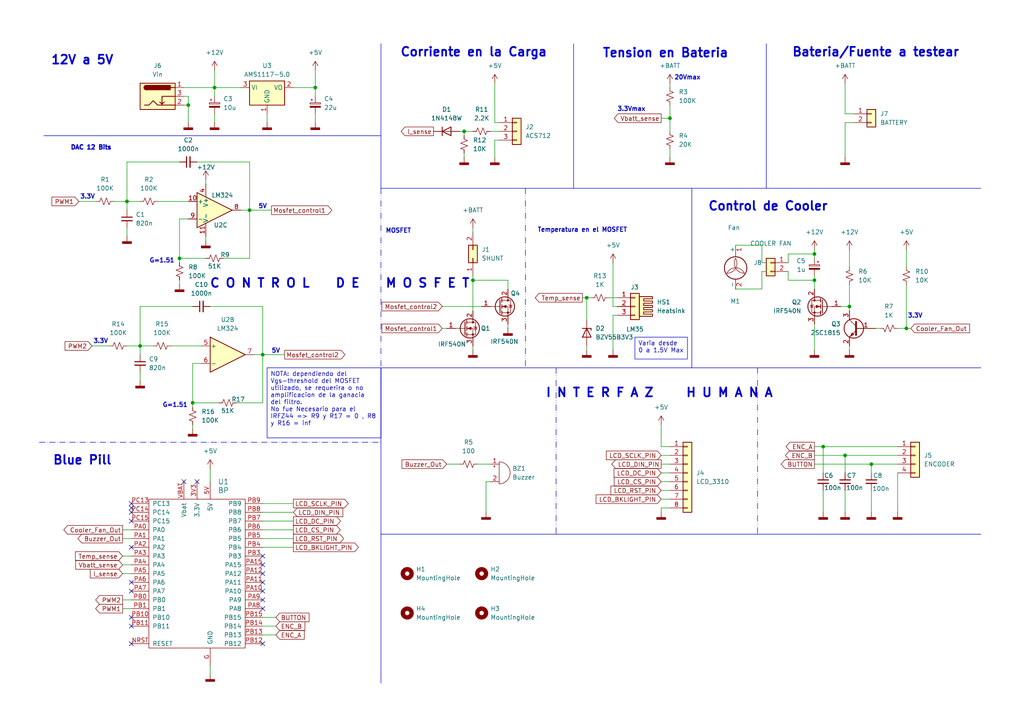
<source format=kicad_sch>
(kicad_sch (version 20231120) (generator "eeschema") (generator_version "8.0")
  (paper "A4")
  (title_block (title "Carga Electronica") (date "2024-08-23") (rev "1.0") (company "Kr4fty") (comment 1 "Tapia Velasquez Favio"))
  (junction (at 236.22 73.66))
  (junction (at 36.83 58.42))
  (junction (at 55.88 116.84))
  (junction (at 252.73 134.62))
  (junction (at 238.76 129.54))
  (junction (at 194.31 34.29))
  (junction (at 236.22 81.28))
  (junction (at 262.89 95.25))
  (junction (at 54.61 30.48))
  (junction (at 62.23 25.4))
  (junction (at 91.44 25.4))
  (junction (at 246.38 88.9))
  (junction (at 170.18 86.36))
  (junction (at 40.64 100.33))
  (junction (at 134.62 38.1))
  (junction (at 245.11 132.08))
  (junction (at 52.07 74.93))
  (junction (at 72.39 60.96))
  (junction (at 137.16 81.28))
  (junction (at 76.2 102.87))
  (no_connect (at 38.1 147.32))
  (no_connect (at 57.15 139.7))
  (no_connect (at 38.1 148.59))
  (no_connect (at 76.2 168.91))
  (no_connect (at 38.1 179.07))
  (no_connect (at 76.2 176.53))
  (no_connect (at 76.2 166.37))
  (no_connect (at 38.1 181.61))
  (no_connect (at 38.1 171.45))
  (no_connect (at 76.2 173.99))
  (no_connect (at 38.1 186.69))
  (no_connect (at 76.2 171.45))
  (no_connect (at 53.34 139.7))
  (no_connect (at 76.2 163.83))
  (no_connect (at 38.1 168.91))
  (no_connect (at 76.2 186.69))
  (no_connect (at 76.2 161.29))
  (no_connect (at 38.1 151.13))
  (no_connect (at 38.1 158.75))
  (no_connect (at 38.1 146.05))
  (polyline (pts (xy 200.66 54.61) (xy 200.66 106.68)))
  (wire (pts (xy 72.39 46.99) (xy 72.39 60.96)))
  (wire (pts (xy 129.54 134.62) (xy 133.35 134.62)))
  (wire (pts (xy 40.64 100.33) (xy 44.45 100.33)))
  (wire (pts (xy 147.32 93.98) (xy 147.32 95.25)))
  (wire (pts (xy 36.83 66.04) (xy 36.83 68.58)))
  (wire (pts (xy 236.22 73.66) (xy 236.22 74.93)))
  (wire (pts (xy 60.96 88.9) (xy 76.2 88.9)))
  (wire (pts (xy 220.98 76.2) (xy 222.25 76.2)))
  (wire (pts (xy 35.56 176.53) (xy 38.1 176.53)))
  (polyline (pts (xy 110.49 54.61) (xy 110.49 106.68)) (stroke (width 0) (type dash_dot_dot)))
  (wire (pts (xy 246.38 100.33) (xy 246.38 101.6)))
  (wire (pts (xy 40.64 88.9) (xy 40.64 100.33)))
  (polyline (pts (xy 152.4 54.61) (xy 152.4 106.68)) (stroke (width 0) (type dash_dot_dot)))
  (wire (pts (xy 138.43 134.62) (xy 142.24 134.62)))
  (wire (pts (xy 35.56 173.99) (xy 38.1 173.99)))
  (wire (pts (xy 53.34 27.94) (xy 54.61 27.94)))
  (wire (pts (xy 68.58 116.84) (xy 76.2 116.84)))
  (wire (pts (xy 247.65 35.56) (xy 245.11 35.56)))
  (wire (pts (xy 52.07 63.5) (xy 52.07 74.93)))
  (wire (pts (xy 134.62 44.45) (xy 134.62 45.72)))
  (wire (pts (xy 33.02 58.42) (xy 36.83 58.42)))
  (wire (pts (xy 191.77 129.54) (xy 194.31 129.54)))
  (wire (pts (xy 85.09 25.4) (xy 91.44 25.4)))
  (wire (pts (xy 236.22 132.08) (xy 245.11 132.08)))
  (polyline (pts (xy 161.29 106.68) (xy 161.29 154.94)) (stroke (width 0) (type dash_dot_dot)))
  (wire (pts (xy 54.61 30.48) (xy 54.61 35.56)))
  (wire (pts (xy 55.88 116.84) (xy 55.88 118.11)))
  (wire (pts (xy 260.35 137.16) (xy 260.35 148.59)))
  (wire (pts (xy 128.27 95.25) (xy 129.54 95.25)))
  (wire (pts (xy 77.47 33.02) (xy 77.47 35.56)))
  (wire (pts (xy 35.56 161.29) (xy 38.1 161.29)))
  (wire (pts (xy 168.91 86.36) (xy 170.18 86.36)))
  (wire (pts (xy 262.89 95.25) (xy 264.16 95.25)))
  (wire (pts (xy 245.11 132.08) (xy 260.35 132.08)))
  (wire (pts (xy 245.11 142.24) (xy 245.11 148.59)))
  (wire (pts (xy 72.39 74.93) (xy 72.39 60.96)))
  (wire (pts (xy 177.8 91.44) (xy 177.8 101.6)))
  (wire (pts (xy 252.73 142.24) (xy 252.73 148.59)))
  (wire (pts (xy 194.31 30.48) (xy 194.31 34.29)))
  (polyline (pts (xy 219.71 106.68) (xy 219.71 154.94)) (stroke (width 0) (type dash_dot_dot)))
  (wire (pts (xy 128.27 88.9) (xy 139.7 88.9)))
  (wire (pts (xy 238.76 129.54) (xy 238.76 137.16)))
  (wire (pts (xy 252.73 134.62) (xy 252.73 137.16)))
  (wire (pts (xy 58.42 105.41) (xy 55.88 105.41)))
  (wire (pts (xy 55.88 88.9) (xy 40.64 88.9)))
  (wire (pts (xy 143.51 35.56) (xy 144.78 35.56)))
  (wire (pts (xy 134.62 38.1) (xy 134.62 39.37)))
  (wire (pts (xy 228.6 76.2) (xy 228.6 73.66)))
  (wire (pts (xy 60.96 193.04) (xy 60.96 195.58)))
  (wire (pts (xy 140.97 148.59) (xy 140.97 139.7)))
  (wire (pts (xy 76.2 184.15) (xy 80.01 184.15)))
  (wire (pts (xy 246.38 72.39) (xy 246.38 77.47)))
  (polyline (pts (xy 110.49 12.7) (xy 110.49 54.61)))
  (wire (pts (xy 260.35 95.25) (xy 262.89 95.25)))
  (wire (pts (xy 52.07 81.28) (xy 52.07 82.55)))
  (wire (pts (xy 76.2 102.87) (xy 73.66 102.87)))
  (wire (pts (xy 54.61 63.5) (xy 52.07 63.5)))
  (wire (pts (xy 91.44 33.02) (xy 91.44 35.56)))
  (wire (pts (xy 52.07 74.93) (xy 59.69 74.93)))
  (wire (pts (xy 245.11 132.08) (xy 245.11 137.16)))
  (wire (pts (xy 76.2 158.75) (xy 85.09 158.75)))
  (wire (pts (xy 45.72 58.42) (xy 54.61 58.42)))
  (polyline (pts (xy 12.7 39.37) (xy 110.49 39.37)))
  (wire (pts (xy 49.53 100.33) (xy 58.42 100.33)))
  (wire (pts (xy 236.22 80.01) (xy 236.22 81.28)))
  (wire (pts (xy 236.22 72.39) (xy 236.22 73.66)))
  (wire (pts (xy 191.77 137.16) (xy 194.31 137.16)))
  (wire (pts (xy 137.16 81.28) (xy 137.16 90.17)))
  (polyline (pts (xy 110.49 106.68) (xy 110.49 198.12)))
  (wire (pts (xy 22.86 58.42) (xy 27.94 58.42)))
  (wire (pts (xy 137.16 81.28) (xy 147.32 81.28)))
  (wire (pts (xy 40.64 107.95) (xy 40.64 110.49)))
  (wire (pts (xy 191.77 144.78) (xy 194.31 144.78)))
  (wire (pts (xy 191.77 139.7) (xy 194.31 139.7)))
  (wire (pts (xy 245.11 33.02) (xy 247.65 33.02)))
  (wire (pts (xy 191.77 142.24) (xy 194.31 142.24)))
  (wire (pts (xy 254 95.25) (xy 255.27 95.25)))
  (wire (pts (xy 62.23 25.4) (xy 62.23 27.94)))
  (wire (pts (xy 191.77 123.19) (xy 191.77 129.54)))
  (wire (pts (xy 213.36 83.82) (xy 220.98 83.82)))
  (wire (pts (xy 236.22 93.98) (xy 236.22 101.6)))
  (wire (pts (xy 52.07 74.93) (xy 52.07 76.2)))
  (wire (pts (xy 134.62 38.1) (xy 137.16 38.1)))
  (wire (pts (xy 245.11 35.56) (xy 245.11 45.72)))
  (wire (pts (xy 133.35 38.1) (xy 134.62 38.1)))
  (wire (pts (xy 40.64 100.33) (xy 40.64 102.87)))
  (wire (pts (xy 35.56 166.37) (xy 38.1 166.37)))
  (wire (pts (xy 76.2 116.84) (xy 76.2 102.87)))
  (wire (pts (xy 220.98 71.12) (xy 220.98 76.2)))
  (wire (pts (xy 60.96 135.89) (xy 60.96 139.7)))
  (wire (pts (xy 220.98 83.82) (xy 220.98 78.74)))
  (wire (pts (xy 170.18 100.33) (xy 170.18 101.6)))
  (wire (pts (xy 140.97 139.7) (xy 142.24 139.7)))
  (wire (pts (xy 35.56 156.21) (xy 38.1 156.21)))
  (wire (pts (xy 76.2 153.67) (xy 85.09 153.67)))
  (wire (pts (xy 252.73 134.62) (xy 260.35 134.62)))
  (wire (pts (xy 213.36 71.12) (xy 220.98 71.12)))
  (wire (pts (xy 62.23 25.4) (xy 69.85 25.4)))
  (wire (pts (xy 177.8 88.9) (xy 179.07 88.9)))
  (wire (pts (xy 262.89 72.39) (xy 262.89 77.47)))
  (wire (pts (xy 76.2 146.05) (xy 85.09 146.05)))
  (wire (pts (xy 76.2 151.13) (xy 85.09 151.13)))
  (polyline (pts (xy 11.43 128.27) (xy 110.49 128.27)) (stroke (width 0) (type dash_dot)))
  (wire (pts (xy 59.69 52.07) (xy 59.69 53.34)))
  (wire (pts (xy 170.18 86.36) (xy 171.45 86.36)))
  (wire (pts (xy 53.34 30.48) (xy 54.61 30.48)))
  (wire (pts (xy 191.77 134.62) (xy 194.31 134.62)))
  (wire (pts (xy 59.69 68.58) (xy 59.69 69.85)))
  (wire (pts (xy 194.31 43.18) (xy 194.31 45.72)))
  (wire (pts (xy 191.77 147.32) (xy 191.77 148.59)))
  (wire (pts (xy 76.2 156.21) (xy 85.09 156.21)))
  (wire (pts (xy 91.44 25.4) (xy 91.44 27.94)))
  (wire (pts (xy 191.77 34.29) (xy 194.31 34.29)))
  (wire (pts (xy 238.76 129.54) (xy 260.35 129.54)))
  (wire (pts (xy 194.31 147.32) (xy 191.77 147.32)))
  (wire (pts (xy 72.39 60.96) (xy 69.85 60.96)))
  (polyline (pts (xy 222.25 12.7) (xy 222.25 54.61)))
  (polyline (pts (xy 110.49 154.94) (xy 284.48 154.94)))
  (wire (pts (xy 36.83 46.99) (xy 36.83 58.42)))
  (wire (pts (xy 143.51 24.13) (xy 143.51 35.56)))
  (wire (pts (xy 191.77 132.08) (xy 194.31 132.08)))
  (polyline (pts (xy 110.49 54.61) (xy 284.48 54.61)))
  (wire (pts (xy 36.83 58.42) (xy 40.64 58.42)))
  (wire (pts (xy 55.88 116.84) (xy 63.5 116.84)))
  (wire (pts (xy 55.88 123.19) (xy 55.88 124.46)))
  (wire (pts (xy 137.16 100.33) (xy 137.16 101.6)))
  (wire (pts (xy 26.67 100.33) (xy 31.75 100.33)))
  (wire (pts (xy 236.22 81.28) (xy 236.22 83.82)))
  (wire (pts (xy 36.83 100.33) (xy 40.64 100.33)))
  (wire (pts (xy 246.38 90.17) (xy 246.38 88.9)))
  (wire (pts (xy 137.16 80.01) (xy 137.16 81.28)))
  (wire (pts (xy 176.53 86.36) (xy 179.07 86.36)))
  (wire (pts (xy 220.98 78.74) (xy 222.25 78.74)))
  (wire (pts (xy 137.16 66.04) (xy 137.16 67.31)))
  (polyline (pts (xy 166.37 12.7) (xy 166.37 54.61)))
  (wire (pts (xy 76.2 179.07) (xy 80.01 179.07)))
  (wire (pts (xy 53.34 25.4) (xy 62.23 25.4)))
  (wire (pts (xy 143.51 40.64) (xy 143.51 45.72)))
  (wire (pts (xy 36.83 58.42) (xy 36.83 60.96)))
  (wire (pts (xy 236.22 129.54) (xy 238.76 129.54)))
  (wire (pts (xy 179.07 91.44) (xy 177.8 91.44)))
  (wire (pts (xy 64.77 74.93) (xy 72.39 74.93)))
  (wire (pts (xy 35.56 153.67) (xy 38.1 153.67)))
  (wire (pts (xy 142.24 38.1) (xy 144.78 38.1)))
  (wire (pts (xy 147.32 81.28) (xy 147.32 83.82)))
  (wire (pts (xy 245.11 24.13) (xy 245.11 33.02)))
  (polyline (pts (xy 110.49 106.68) (xy 284.48 106.68)) (stroke (width 0) (type solid)))
  (wire (pts (xy 62.23 20.32) (xy 62.23 25.4)))
  (wire (pts (xy 35.56 163.83) (xy 38.1 163.83)))
  (wire (pts (xy 262.89 82.55) (xy 262.89 95.25)))
  (wire (pts (xy 243.84 88.9) (xy 246.38 88.9)))
  (wire (pts (xy 76.2 148.59) (xy 85.09 148.59)))
  (wire (pts (xy 76.2 88.9) (xy 76.2 102.87)))
  (wire (pts (xy 238.76 142.24) (xy 238.76 148.59)))
  (wire (pts (xy 170.18 86.36) (xy 170.18 92.71)))
  (wire (pts (xy 54.61 27.94) (xy 54.61 30.48)))
  (wire (pts (xy 194.31 34.29) (xy 194.31 38.1)))
  (wire (pts (xy 55.88 105.41) (xy 55.88 116.84)))
  (wire (pts (xy 228.6 73.66) (xy 236.22 73.66)))
  (wire (pts (xy 76.2 102.87) (xy 82.55 102.87)))
  (wire (pts (xy 194.31 24.13) (xy 194.31 25.4)))
  (wire (pts (xy 76.2 181.61) (xy 80.01 181.61)))
  (wire (pts (xy 52.07 46.99) (xy 36.83 46.99)))
  (wire (pts (xy 236.22 134.62) (xy 252.73 134.62)))
  (wire (pts (xy 91.44 25.4) (xy 91.44 20.32)))
  (wire (pts (xy 72.39 60.96) (xy 78.74 60.96)))
  (wire (pts (xy 144.78 40.64) (xy 143.51 40.64)))
  (wire (pts (xy 177.8 76.2) (xy 177.8 88.9)))
  (wire (pts (xy 246.38 82.55) (xy 246.38 88.9)))
  (wire (pts (xy 62.23 33.02) (xy 62.23 35.56)))
  (wire (pts (xy 57.15 46.99) (xy 72.39 46.99)))
  (wire (pts (xy 228.6 81.28) (xy 236.22 81.28)))
  (wire (pts (xy 228.6 78.74) (xy 228.6 81.28)))
  (text_box "NOTA: dependiendo del  Vgs-threshold del MOSFET utilizado, se requerira o no amplificacion de la ganacia del filtro.\nNo fue Necesario para el IRFZ44 => R9 y R17 = 0 , R8 y R16 = inf" (at 77.47 106.68 0) (size 33.02 20.32) (effects (font (size 1.27 1.27)) (justify left top)))
  (text_box "Varia desde 0 a 1.5V Max" (at 184.15 97.79 0) (size 15.24 6.35) (effects (font (size 1.27 1.27)) (justify left top)))
  (text "C O N T R O L    D E    M O S F E T" (at 98.552 82.296 0) (effects (font (size 2.54 2.54) (bold yes))))
  (text "Corriente en la Carga" (at 137.414 15.24 0) (effects (font (size 2.54 2.54) (bold yes))))
  (text "G=1.51" (at 46.99 75.692 0) (effects (font (size 1.27 1.27) (bold yes))))
  (text "3.3V" (at 265.43 91.694 0) (effects (font (size 1.27 1.27) (thickness 0.254) (bold yes))))
  (text "MOSFET" (at 115.57 67.056 0) (effects (font (size 1.27 1.27) (bold yes))))
  (text "Control de Cooler" (at 222.758 59.944 0) (effects (font (size 2.54 2.54) (bold yes))))
  (text "DAC 12 Bits" (at 26.416 42.926 0) (effects (font (size 1.27 1.27) (thickness 0.508) (bold yes))))
  (text "Temperatura en el MOSFET" (at 168.91 66.802 0) (effects (font (size 1.27 1.27) (bold yes))))
  (text "G=1.51" (at 50.8 117.602 0) (effects (font (size 1.27 1.27) (bold yes))))
  (text "3.3Vmax" (at 183.134 31.75 0) (effects (font (size 1.27 1.27) (thickness 0.254) (bold yes))))
  (text "5V" (at 80.01 101.854 0) (effects (font (size 1.27 1.27) (bold yes))))
  (text "Tension en Bateria" (at 193.04 15.494 0) (effects (font (size 2.54 2.54) (bold yes))))
  (text "3.3V" (at 29.21 99.06 0) (effects (font (size 1.27 1.27) (thickness 0.254) (bold yes))))
  (text "5V" (at 76.2 59.944 0) (effects (font (size 1.27 1.27) (bold yes))))
  (text "Blue Pill" (at 23.876 133.604 0) (effects (font (size 2.54 2.54) (bold yes))))
  (text "I N T E R F A Z     H U M A N A" (at 191.262 114.046 0) (effects (font (size 2.54 2.54) (bold yes))))
  (text "12V a 5V" (at 23.876 17.526 0) (effects (font (size 2.54 2.54) (thickness 0.508) (bold yes))))
  (text "3.3V" (at 25.4 57.15 0) (effects (font (size 1.27 1.27) (thickness 0.254) (bold yes))))
  (text "20Vmax" (at 199.39 22.606 0) (effects (font (size 1.27 1.27) (thickness 0.254) (bold yes))))
  (text "Bateria/Fuente a testear" (at 254 15.24 0) (effects (font (size 2.54 2.54) (bold yes))))
  (global_label "PWM2" (shape input) (at 26.67 100.33 180) (property "Intersheetrefs" "${INTERSHEET_REFS}" (effects (hide yes))))
  (global_label "I_sense" (shape input) (at 35.56 166.37 180) (property "Intersheetrefs" "${INTERSHEET_REFS}" (effects (hide yes))))
  (global_label "LCD_DIN_PIN" (shape input) (at 85.09 148.59 0) (property "Intersheetrefs" "${INTERSHEET_REFS}" (effects (hide yes))))
  (global_label "Temp_sense" (shape output) (at 168.91 86.36 180) (property "Intersheetrefs" "${INTERSHEET_REFS}" (effects (hide yes))))
  (global_label "Vbatt_sense" (shape output) (at 191.77 34.29 180) (property "Intersheetrefs" "${INTERSHEET_REFS}" (effects (hide yes))))
  (global_label "LCD_RST_PIN" (shape output) (at 85.09 156.21 0) (property "Intersheetrefs" "${INTERSHEET_REFS}" (effects (hide yes))))
  (global_label "Mosfet_control1" (shape input) (at 128.27 95.25 180) (property "Intersheetrefs" "${INTERSHEET_REFS}" (effects (hide yes))))
  (global_label "LCD_BKLIGHT_PIN" (shape output) (at 85.09 158.75 0) (property "Intersheetrefs" "${INTERSHEET_REFS}" (effects (hide yes))))
  (global_label "PWM2" (shape output) (at 35.56 173.99 180) (property "Intersheetrefs" "${INTERSHEET_REFS}" (effects (hide yes))))
  (global_label "LCD_CS_PIN" (shape output) (at 85.09 153.67 0) (property "Intersheetrefs" "${INTERSHEET_REFS}" (effects (hide yes))))
  (global_label "Mosfet_control2" (shape output) (at 82.55 102.87 0) (property "Intersheetrefs" "${INTERSHEET_REFS}" (effects (hide yes))))
  (global_label "Cooler_Fan_Out" (shape input) (at 264.16 95.25 0) (property "Intersheetrefs" "${INTERSHEET_REFS}" (effects (hide yes))))
  (global_label "BUTTON" (shape input) (at 80.01 179.07 0) (property "Intersheetrefs" "${INTERSHEET_REFS}" (effects (hide yes))))
  (global_label "BUTTON" (shape output) (at 236.22 134.62 180) (property "Intersheetrefs" "${INTERSHEET_REFS}" (effects (hide yes))))
  (global_label "LCD_DIN_PIN" (shape output) (at 191.77 134.62 180) (property "Intersheetrefs" "${INTERSHEET_REFS}" (effects (hide yes))))
  (global_label "LCD_CS_PIN" (shape input) (at 191.77 139.7 180) (property "Intersheetrefs" "${INTERSHEET_REFS}" (effects (hide yes))))
  (global_label "PWM1" (shape input) (at 22.86 58.42 180) (property "Intersheetrefs" "${INTERSHEET_REFS}" (effects (hide yes))))
  (global_label "ENC_A" (shape input) (at 80.01 184.15 0) (property "Intersheetrefs" "${INTERSHEET_REFS}" (effects (hide yes))))
  (global_label "PWM1" (shape output) (at 35.56 176.53 180) (property "Intersheetrefs" "${INTERSHEET_REFS}" (effects (hide yes))))
  (global_label "Mosfet_control2" (shape input) (at 128.27 88.9 180) (property "Intersheetrefs" "${INTERSHEET_REFS}" (effects (hide yes))))
  (global_label "ENC_B" (shape input) (at 80.01 181.61 0) (property "Intersheetrefs" "${INTERSHEET_REFS}" (effects (hide yes))))
  (global_label "LCD_SCLK_PIN" (shape output) (at 85.09 146.05 0) (property "Intersheetrefs" "${INTERSHEET_REFS}" (effects (hide yes))))
  (global_label "Buzzer_Out" (shape output) (at 35.56 156.21 180) (property "Intersheetrefs" "${INTERSHEET_REFS}" (effects (hide yes))))
  (global_label "Vbatt_sense" (shape input) (at 35.56 163.83 180) (property "Intersheetrefs" "${INTERSHEET_REFS}" (effects (hide yes))))
  (global_label "I_sense" (shape output) (at 125.73 38.1 180) (property "Intersheetrefs" "${INTERSHEET_REFS}" (effects (hide yes))))
  (global_label "ENC_B" (shape output) (at 236.22 132.08 180) (property "Intersheetrefs" "${INTERSHEET_REFS}" (effects (hide yes))))
  (global_label "LCD_SCLK_PIN" (shape input) (at 191.77 132.08 180) (property "Intersheetrefs" "${INTERSHEET_REFS}" (effects (hide yes))))
  (global_label "Temp_sense" (shape input) (at 35.56 161.29 180) (property "Intersheetrefs" "${INTERSHEET_REFS}" (effects (hide yes))))
  (global_label "Mosfet_control1" (shape output) (at 78.74 60.96 0) (property "Intersheetrefs" "${INTERSHEET_REFS}" (effects (hide yes))))
  (global_label "LCD_BKLIGHT_PIN" (shape input) (at 191.77 144.78 180) (property "Intersheetrefs" "${INTERSHEET_REFS}" (effects (hide yes))))
  (global_label "Cooler_Fan_Out" (shape output) (at 35.56 153.67 180) (property "Intersheetrefs" "${INTERSHEET_REFS}" (effects (hide yes))))
  (global_label "ENC_A" (shape output) (at 236.22 129.54 180) (property "Intersheetrefs" "${INTERSHEET_REFS}" (effects (hide yes))))
  (global_label "LCD_DC_PIN" (shape output) (at 85.09 151.13 0) (property "Intersheetrefs" "${INTERSHEET_REFS}" (effects (hide yes))))
  (global_label "LCD_DC_PIN" (shape input) (at 191.77 137.16 180) (property "Intersheetrefs" "${INTERSHEET_REFS}" (effects (hide yes))))
  (global_label "LCD_RST_PIN" (shape input) (at 191.77 142.24 180) (property "Intersheetrefs" "${INTERSHEET_REFS}" (effects (hide yes))))
  (global_label "Buzzer_Out" (shape input) (at 129.54 134.62 180) (property "Intersheetrefs" "${INTERSHEET_REFS}" (effects (hide yes))))
  (symbol (lib_id "Connector_Generic:Conn_01x03") (at 149.86 38.1 0) (unit 1)
    (property "Reference" "J2" (at 152.4 36.8299 0) (effects (justify left)))
    (property "Value" "ACS712" (at 152.4 39.3699 0) (effects (justify left)))
    (property "Footprint" "Connector_Molex:Molex_KK-254_AE-6410-03A_1x03_P2.54mm_Vertical" (effects (hide yes)))
    (property "Description" "Generic connector, single row, 01x03, script generated (kicad-library-utils/schlib/autogen/connector/)" (effects (hide yes)))
  )
  (symbol (lib_id "power:GNDD") (at 143.51 45.72 0) (unit 1)
    (property "Reference" "#PWR09" (effects (hide yes)))
    (property "Value" "GNDD" (effects (hide yes)))
    (property "Description" "Power symbol creates a global label with name \"GNDD\" , digital ground" (effects (hide yes)))
  )
  (symbol (lib_id "power:+BATT") (at 137.16 66.04 0) (unit 1)
    (property "Reference" "#PWR06" (effects (hide yes)))
    (property "Value" "+BATT" (at 137.16 60.96 0))
    (property "Description" "Power symbol creates a global label with name \"+BATT\"" (effects (hide yes)))
  )
  (symbol (lib_id "power:+5V") (at 91.44 20.32 0) (unit 1)
    (property "Reference" "#PWR016" (effects (hide yes)))
    (property "Value" "+5V" (at 91.44 15.24 0))
    (property "Description" "Power symbol creates a global label with name \"+5V\"" (effects (hide yes)))
  )
  (symbol (lib_id "Mechanical:MountingHole") (at 118.11 177.8 0) (unit 1) (exclude_from_sim yes) (in_bom no)
    (property "Reference" "H4" (at 120.65 176.5299 0) (effects (justify left)))
    (property "Value" "MountingHole" (at 120.65 179.0699 0) (effects (justify left)))
    (property "Footprint" "MountingHole:MountingHole_2.5mm" (effects (hide yes)))
    (property "Description" "Mounting Hole without connection" (effects (hide yes)))
  )
  (symbol (lib_id "Mechanical:MountingHole") (at 139.7 166.37 0) (unit 1) (exclude_from_sim yes) (in_bom no)
    (property "Reference" "H2" (at 142.24 165.0999 0) (effects (justify left)))
    (property "Value" "MountingHole" (at 142.24 167.6399 0) (effects (justify left)))
    (property "Footprint" "MountingHole:MountingHole_2.5mm" (effects (hide yes)))
    (property "Description" "Mounting Hole without connection" (effects (hide yes)))
  )
  (symbol (lib_id "Device:R_Small_US") (at 66.04 116.84 90) (unit 1)
    (property "Reference" "R17" (at 69.088 115.824 90))
    (property "Value" "51K" (at 66.04 119.126 90))
    (property "Footprint" "Resistor_SMD:R_0805_2012Metric_Pad1.20x1.40mm_HandSolder" (effects (hide yes)))
    (property "Description" "Resistor, small US symbol" (effects (hide yes)))
  )
  (symbol (lib_id "power:GNDD") (at 40.64 110.49 0) (unit 1)
    (property "Reference" "#PWR037" (effects (hide yes)))
    (property "Value" "GNDD" (effects (hide yes)))
    (property "Description" "Power symbol creates a global label with name \"GNDD\" , digital ground" (effects (hide yes)))
  )
  (symbol (lib_id "power:GNDD") (at 245.11 45.72 0) (unit 1)
    (property "Reference" "#PWR024" (effects (hide yes)))
    (property "Value" "GNDD" (effects (hide yes)))
    (property "Description" "Power symbol creates a global label with name \"GNDD\" , digital ground" (effects (hide yes)))
  )
  (symbol (lib_id "Device:C_Polarized_Small") (at 62.23 30.48 0) (unit 1)
    (property "Reference" "C3" (at 64.77 28.6638 0) (effects (justify left)))
    (property "Value" "10u" (at 64.77 31.2038 0) (effects (justify left)))
    (property "Footprint" "Capacitor_SMD:CP_Elec_6.3x5.2" (effects (hide yes)))
    (property "Description" "Polarized capacitor, small symbol" (effects (hide yes)))
  )
  (symbol (lib_id "power:+5V") (at 191.77 123.19 0) (unit 1)
    (property "Reference" "#PWR012" (effects (hide yes)))
    (property "Value" "+5V" (at 191.77 118.11 0))
    (property "Description" "Power symbol creates a global label with name \"+5V\"" (effects (hide yes)))
  )
  (symbol (lib_id "Device:C_Small") (at 40.64 105.41 0) (unit 1)
    (property "Reference" "C9" (at 43.18 104.1462 0) (effects (justify left)))
    (property "Value" "820n" (at 43.18 106.6862 0) (effects (justify left)))
    (property "Footprint" "Capacitor_SMD:C_0805_2012Metric_Pad1.18x1.45mm_HandSolder" (effects (hide yes)))
    (property "Description" "Unpolarized capacitor, small symbol" (effects (hide yes)))
  )
  (symbol (lib_id "power:GNDD") (at 91.44 35.56 0) (unit 1)
    (property "Reference" "#PWR018" (effects (hide yes)))
    (property "Value" "GNDD" (effects (hide yes)))
    (property "Description" "Power symbol creates a global label with name \"GNDD\" , digital ground" (effects (hide yes)))
  )
  (symbol (lib_id "power:GNDD") (at 55.88 124.46 0) (unit 1)
    (property "Reference" "#PWR038" (effects (hide yes)))
    (property "Value" "GNDD" (effects (hide yes)))
    (property "Description" "Power symbol creates a global label with name \"GNDD\" , digital ground" (effects (hide yes)))
  )
  (symbol (lib_id "Device:C_Small") (at 54.61 46.99 90) (unit 1)
    (property "Reference" "C2" (at 54.6163 40.64 90))
    (property "Value" "1000n" (at 54.6163 43.18 90))
    (property "Footprint" "Capacitor_SMD:C_0805_2012Metric_Pad1.18x1.45mm_HandSolder" (effects (hide yes)))
    (property "Description" "Unpolarized capacitor, small symbol" (effects (hide yes)))
  )
  (symbol (lib_id "power:GNDD") (at 260.35 148.59 0) (unit 1)
    (property "Reference" "#PWR014" (effects (hide yes)))
    (property "Value" "GNDD" (effects (hide yes)))
    (property "Description" "Power symbol creates a global label with name \"GNDD\" , digital ground" (effects (hide yes)))
  )
  (symbol (lib_id "power:GNDD") (at 140.97 148.59 0) (unit 1)
    (property "Reference" "#PWR026" (effects (hide yes)))
    (property "Value" "GNDD" (effects (hide yes)))
    (property "Description" "Power symbol creates a global label with name \"GNDD\" , digital ground" (effects (hide yes)))
  )
  (symbol (lib_id "power:+12V") (at 246.38 72.39 0) (mirror y) (unit 1)
    (property "Reference" "#PWR033" (effects (hide yes)))
    (property "Value" "+12V" (at 246.38 67.31 0))
    (property "Description" "Power symbol creates a global label with name \"+12V\"" (effects (hide yes)))
  )
  (symbol (lib_id "power:GNDD") (at 147.32 95.25 0) (unit 1)
    (property "Reference" "#PWR041" (effects (hide yes)))
    (property "Value" "GNDD" (effects (hide yes)))
    (property "Description" "Power symbol creates a global label with name \"GNDD\" , digital ground" (effects (hide yes)))
  )
  (symbol (lib_id "power:+5V") (at 177.8 76.2 0) (unit 1)
    (property "Reference" "#PWR010" (effects (hide yes)))
    (property "Value" "+5V" (at 177.8 71.12 0))
    (property "Description" "Power symbol creates a global label with name \"+5V\"" (effects (hide yes)))
  )
  (symbol (lib_id "power:GNDD") (at 62.23 35.56 0) (unit 1)
    (property "Reference" "#PWR017" (effects (hide yes)))
    (property "Value" "GNDD" (effects (hide yes)))
    (property "Description" "Power symbol creates a global label with name \"GNDD\" , digital ground" (effects (hide yes)))
  )
  (symbol (lib_id "Amplifier_Operational:LM324") (at 66.04 102.87 0) (unit 2)
    (property "Reference" "U2" (at 66.04 92.71 0))
    (property "Value" "LM324" (at 66.04 95.25 0))
    (property "Footprint" "Package_SO:SOIC-14_3.9x8.7mm_P1.27mm" (effects (hide yes)))
    (property "Datasheet" "http://www.ti.com/lit/ds/symlink/lm2902-n.pdf" (effects (hide yes)))
    (property "Description" "Low-Power, Quad-Operational Amplifiers, DIP-14/SOIC-14/SSOP-14" (effects (hide yes)))
  )
  (symbol (lib_id "power:GNDD") (at 36.83 68.58 0) (unit 1)
    (property "Reference" "#PWR01" (effects (hide yes)))
    (property "Value" "GNDD" (effects (hide yes)))
    (property "Description" "Power symbol creates a global label with name \"GNDD\" , digital ground" (effects (hide yes)))
  )
  (symbol (lib_id "power:GNDD") (at 236.22 101.6 0) (mirror y) (unit 1)
    (property "Reference" "#PWR027" (effects (hide yes)))
    (property "Value" "GNDD" (effects (hide yes)))
    (property "Description" "Power symbol creates a global label with name \"GNDD\" , digital ground" (effects (hide yes)))
  )
  (symbol (lib_id "power:GNDD") (at 177.8 101.6 0) (unit 1)
    (property "Reference" "#PWR011" (effects (hide yes)))
    (property "Value" "GNDD" (effects (hide yes)))
    (property "Description" "Power symbol creates a global label with name \"GNDD\" , digital ground" (effects (hide yes)))
  )
  (symbol (lib_id "Connector_Generic:Conn_01x03") (at 184.15 88.9 0) (unit 1)
    (property "Reference" "J3" (at 182.88 83.312 0) (effects (justify left)))
    (property "Value" "LM35" (at 181.61 95.504 0) (effects (justify left)))
    (property "Footprint" "Connector_Molex:Molex_KK-254_AE-6410-03A_1x03_P2.54mm_Vertical" (effects (hide yes)))
    (property "Description" "Generic connector, single row, 01x03, script generated (kicad-library-utils/schlib/autogen/connector/)" (effects (hide yes)))
  )
  (symbol (lib_id "Mechanical:Heatsink") (at 185.42 88.9 270) (unit 1) (exclude_from_sim yes) (in_bom no) (on_board no)
    (property "Reference" "HS1" (at 190.5 87.6172 90) (effects (justify left)))
    (property "Value" "Heatsink" (at 190.5 90.1572 90) (effects (justify left)))
    (property "Description" "Heatsink" (effects (hide yes)))
  )
  (symbol (lib_id "power:GNDD") (at 77.47 35.56 0) (unit 1)
    (property "Reference" "#PWR015" (effects (hide yes)))
    (property "Value" "GNDD" (effects (hide yes)))
    (property "Description" "Power symbol creates a global label with name \"GNDD\" , digital ground" (effects (hide yes)))
  )
  (symbol (lib_id "power:GNDD") (at 238.76 148.59 0) (unit 1)
    (property "Reference" "#PWR030" (effects (hide yes)))
    (property "Value" "GNDD" (effects (hide yes)))
    (property "Description" "Power symbol creates a global label with name \"GNDD\" , digital ground" (effects (hide yes)))
  )
  (symbol (lib_id "Device:C_Polarized_Small") (at 91.44 30.48 0) (unit 1)
    (property "Reference" "C4" (at 93.98 28.6638 0) (effects (justify left)))
    (property "Value" "22u" (at 93.98 31.2038 0) (effects (justify left)))
    (property "Footprint" "Capacitor_SMD:CP_Elec_6.3x5.2" (effects (hide yes)))
    (property "Description" "Polarized capacitor, small symbol" (effects (hide yes)))
  )
  (symbol (lib_id "Connector_Generic:Conn_01x02") (at 252.73 33.02 0) (unit 1)
    (property "Reference" "J7" (at 255.27 33.0199 0) (effects (justify left)))
    (property "Value" "BATTERY" (at 255.27 35.5599 0) (effects (justify left)))
    (property "Footprint" "Connector_Molex:Molex_KK-396_5273-02A_1x02_P3.96mm_Vertical" (effects (hide yes)))
    (property "Description" "Generic connector, single row, 01x02, script generated (kicad-library-utils/schlib/autogen/connector/)" (effects (hide yes)))
  )
  (symbol (lib_id "power:+5V") (at 143.51 24.13 0) (unit 1)
    (property "Reference" "#PWR08" (effects (hide yes)))
    (property "Value" "+5V" (at 143.51 19.05 0))
    (property "Description" "Power symbol creates a global label with name \"+5V\"" (effects (hide yes)))
  )
  (symbol (lib_id "Device:R_Small_US") (at 55.88 120.65 0) (unit 1)
    (property "Reference" "R16" (at 58.42 119.3799 0) (effects (justify left)))
    (property "Value" "100K" (at 58.42 121.9199 0) (effects (justify left)))
    (property "Footprint" "Resistor_SMD:R_1206_3216Metric_Pad1.30x1.75mm_HandSolder" (effects (hide yes)))
    (property "Description" "Resistor, small US symbol" (effects (hide yes)))
  )
  (symbol (lib_id "power:GNDD") (at 246.38 101.6 0) (mirror y) (unit 1)
    (property "Reference" "#PWR028" (effects (hide yes)))
    (property "Value" "GNDD" (effects (hide yes)))
    (property "Description" "Power symbol creates a global label with name \"GNDD\" , digital ground" (effects (hide yes)))
  )
  (symbol (lib_id "Device:R_Small_US") (at 262.89 80.01 0) (unit 1)
    (property "Reference" "R10" (at 265.43 78.7399 0) (effects (justify left)))
    (property "Value" "10K" (at 265.43 81.2799 0) (effects (justify left)))
    (property "Footprint" "Resistor_SMD:R_1206_3216Metric_Pad1.30x1.75mm_HandSolder" (effects (hide yes)))
    (property "Description" "Resistor, small US symbol" (effects (hide yes)))
  )
  (symbol (lib_id "power:GNDD") (at 60.96 195.58 0) (unit 1)
    (property "Reference" "#PWR02" (effects (hide yes)))
    (property "Value" "GNDD" (effects (hide yes)))
    (property "Description" "Power symbol creates a global label with name \"GNDD\" , digital ground" (effects (hide yes)))
  )
  (symbol (lib_id "Device:R_Small_US") (at 194.31 40.64 0) (unit 1)
    (property "Reference" "R4" (at 196.85 39.3699 0) (effects (justify left)))
    (property "Value" "20K" (at 196.85 41.9099 0) (effects (justify left)))
    (property "Footprint" "Resistor_SMD:R_1206_3216Metric_Pad1.30x1.75mm_HandSolder" (effects (hide yes)))
    (property "Description" "Resistor, small US symbol" (effects (hide yes)))
  )
  (symbol (lib_id "power:GNDD") (at 52.07 82.55 0) (unit 1)
    (property "Reference" "#PWR032" (effects (hide yes)))
    (property "Value" "GNDD" (effects (hide yes)))
    (property "Description" "Power symbol creates a global label with name \"GNDD\" , digital ground" (effects (hide yes)))
  )
  (symbol (lib_id "Device:R_Small_US") (at 30.48 58.42 90) (unit 1)
    (property "Reference" "R1" (at 30.48 52.07 90))
    (property "Value" "100K" (at 30.48 54.61 90))
    (property "Footprint" "Resistor_SMD:R_0805_2012Metric_Pad1.20x1.40mm_HandSolder" (effects (hide yes)))
    (property "Description" "Resistor, small US symbol" (effects (hide yes)))
  )
  (symbol (lib_id "Device:R_Small_US") (at 134.62 41.91 0) (unit 1)
    (property "Reference" "R12" (at 137.16 40.6399 0) (effects (justify left)))
    (property "Value" "10K" (at 137.16 43.1799 0) (effects (justify left)))
    (property "Footprint" "Resistor_SMD:R_0805_2012Metric_Pad1.20x1.40mm_HandSolder" (effects (hide yes)))
    (property "Description" "Resistor, small US symbol" (effects (hide yes)))
  )
  (symbol (lib_id "BluePill:BP") (at 57.15 166.37 0) (unit 1)
    (property "Reference" "U1" (at 63.1541 139.7 0) (effects (font (size 1.524 1.524)) (justify left)))
    (property "Value" "BP" (at 63.1541 142.24 0) (effects (font (size 1.524 1.524)) (justify left)))
    (property "Footprint" "BluePill:blue_pill_no_flashing_port" (effects (hide yes)))
    (property "Datasheet" "https://www.electronicshub.org/getting-started-with-stm32f103c8t6-blue-pill/" (effects (hide yes)))
  )
  (symbol (lib_id "Connector_Generic:Conn_02x01") (at 137.16 74.93 90) (unit 1)
    (property "Reference" "J1" (at 139.7 72.3899 90) (effects (justify right)))
    (property "Value" "SHUNT" (at 139.7 74.9299 90) (effects (justify right)))
    (property "Footprint" "Connector_Molex:Molex_KK-396_5273-02A_1x02_P3.96mm_Vertical" (effects (hide yes)))
    (property "Description" "Generic connector, double row, 02x01, this symbol is compatible with counter-clockwise, top-bottom and odd-even numbering schemes., script generated (kicad-library-utils/schlib/autogen/connector/)" (effects (hide yes)))
  )
  (symbol (lib_id "Device:R_Small_US") (at 43.18 58.42 90) (unit 1)
    (property "Reference" "R2" (at 43.18 52.07 90))
    (property "Value" "100K" (at 43.18 54.61 90))
    (property "Footprint" "Resistor_SMD:R_0805_2012Metric_Pad1.20x1.40mm_HandSolder" (effects (hide yes)))
    (property "Description" "Resistor, small US symbol" (effects (hide yes)))
  )
  (symbol (lib_id "Device:R_Small_US") (at 194.31 27.94 0) (unit 1)
    (property "Reference" "R3" (at 196.85 26.6699 0) (effects (justify left)))
    (property "Value" "100K" (at 196.85 29.2099 0) (effects (justify left)))
    (property "Footprint" "Resistor_SMD:R_1206_3216Metric_Pad1.30x1.75mm_HandSolder" (effects (hide yes)))
    (property "Description" "Resistor, small US symbol" (effects (hide yes)))
  )
  (symbol (lib_id "power:GNDD") (at 59.69 69.85 0) (unit 1)
    (property "Reference" "#PWR021" (effects (hide yes)))
    (property "Value" "GNDD" (effects (hide yes)))
    (property "Description" "Power symbol creates a global label with name \"GNDD\" , digital ground" (effects (hide yes)))
  )
  (symbol (lib_id "Connector_Generic:Conn_01x08") (at 199.39 137.16 0) (unit 1)
    (property "Reference" "J4" (at 201.93 137.1599 0) (effects (justify left)))
    (property "Value" "LCD_3310" (at 201.93 139.6999 0) (effects (justify left)))
    (property "Footprint" "Connector_Molex:Molex_KK-254_AE-6410-08A_1x08_P2.54mm_Vertical" (effects (hide yes)))
    (property "Description" "Generic connector, single row, 01x08, script generated (kicad-library-utils/schlib/autogen/connector/)" (effects (hide yes)))
  )
  (symbol (lib_id "Device:R_Small_US") (at 257.81 95.25 90) (mirror x) (unit 1)
    (property "Reference" "R7" (at 257.81 88.9 90))
    (property "Value" "1K" (at 257.81 91.44 90))
    (property "Footprint" "Resistor_SMD:R_1206_3216Metric_Pad1.30x1.75mm_HandSolder" (effects (hide yes)))
    (property "Description" "Resistor, small US symbol" (effects (hide yes)))
  )
  (symbol (lib_id "Mechanical:MountingHole") (at 118.11 166.37 0) (unit 1) (exclude_from_sim yes) (in_bom no)
    (property "Reference" "H1" (at 120.65 165.0999 0) (effects (justify left)))
    (property "Value" "MountingHole" (at 120.65 167.6399 0) (effects (justify left)))
    (property "Footprint" "MountingHole:MountingHole_2.5mm" (effects (hide yes)))
    (property "Description" "Mounting Hole without connection" (effects (hide yes)))
  )
  (symbol (lib_id "Connector:Barrel_Jack_Switch") (at 45.72 27.94 0) (unit 1)
    (property "Reference" "J6" (at 45.72 19.05 0))
    (property "Value" "Vin" (at 45.72 21.59 0))
    (property "Footprint" "Connector_BarrelJack:BarrelJack_Horizontal" (effects (hide yes)))
    (property "Description" "DC Barrel Jack with an internal switch" (effects (hide yes)))
  )
  (symbol (lib_id "power:GNDD") (at 191.77 148.59 0) (unit 1)
    (property "Reference" "#PWR013" (effects (hide yes)))
    (property "Value" "GNDD" (effects (hide yes)))
    (property "Description" "Power symbol creates a global label with name \"GNDD\" , digital ground" (effects (hide yes)))
  )
  (symbol (lib_id "power:+5V") (at 60.96 135.89 0) (unit 1)
    (property "Reference" "#PWR03" (effects (hide yes)))
    (property "Value" "+5V" (at 60.96 130.81 0))
    (property "Description" "Power symbol creates a global label with name \"+5V\"" (effects (hide yes)))
  )
  (symbol (lib_id "power:+5V") (at 262.89 72.39 0) (unit 1)
    (property "Reference" "#PWR034" (effects (hide yes)))
    (property "Value" "+5V" (at 262.89 67.31 0))
    (property "Description" "Power symbol creates a global label with name \"+5V\"" (effects (hide yes)))
  )
  (symbol (lib_id "Transistor_FET:IRF540N") (at 238.76 88.9 0) (mirror y) (unit 1)
    (property "Reference" "Q2" (at 232.41 87.6299 0) (effects (justify left)))
    (property "Value" "IRF540N" (at 232.41 90.1699 0) (effects (justify left)))
    (property "Footprint" "Package_TO_SOT_THT:TO-220-3_Vertical" (effects (hide yes)))
    (property "Datasheet" "http://www.irf.com/product-info/datasheets/data/irf540n.pdf" (effects (hide yes)))
    (property "Description" "33A Id, 100V Vds, HEXFET N-Channel MOSFET, TO-220" (effects (hide yes)))
  )
  (symbol (lib_id "Transistor_FET:IRF540N") (at 134.62 95.25 0) (unit 1)
    (property "Reference" "Q1" (at 139.446 95.25 0) (effects (justify left)))
    (property "Value" "IRF540N" (at 127 99.822 0) (effects (justify left)))
    (property "Footprint" "Connector_Molex:Molex_KK-396_5273-03A_1x03_P3.96mm_Vertical" (effects (hide yes)))
    (property "Datasheet" "http://www.irf.com/product-info/datasheets/data/irf540n.pdf" (effects (hide yes)))
    (property "Description" "33A Id, 100V Vds, HEXFET N-Channel MOSFET, TO-220" (effects (hide yes)))
  )
  (symbol (lib_id "power:GNDD") (at 54.61 35.56 0) (unit 1)
    (property "Reference" "#PWR019" (effects (hide yes)))
    (property "Value" "GNDD" (effects (hide yes)))
    (property "Description" "Power symbol creates a global label with name \"GNDD\" , digital ground" (effects (hide yes)))
  )
  (symbol (lib_id "Device:C_Small") (at 238.76 139.7 0) (unit 1)
    (property "Reference" "C6" (at 239.014 137.922 0) (effects (justify left)))
    (property "Value" "100n" (at 239.014 141.478 0) (effects (justify left)))
    (property "Footprint" "Capacitor_SMD:C_0805_2012Metric_Pad1.18x1.45mm_HandSolder" (effects (hide yes)))
    (property "Description" "Unpolarized capacitor, small symbol" (effects (hide yes)))
  )
  (symbol (lib_id "power:GNDD") (at 194.31 45.72 0) (unit 1)
    (property "Reference" "#PWR05" (effects (hide yes)))
    (property "Value" "GNDD" (effects (hide yes)))
    (property "Description" "Power symbol creates a global label with name \"GNDD\" , digital ground" (effects (hide yes)))
  )
  (symbol (lib_id "Device:C_Small") (at 36.83 63.5 0) (unit 1)
    (property "Reference" "C1" (at 39.37 62.2362 0) (effects (justify left)))
    (property "Value" "820n" (at 39.37 64.7762 0) (effects (justify left)))
    (property "Footprint" "Capacitor_SMD:C_0805_2012Metric_Pad1.18x1.45mm_HandSolder" (effects (hide yes)))
    (property "Description" "Unpolarized capacitor, small symbol" (effects (hide yes)))
  )
  (symbol (lib_id "power:GNDD") (at 252.73 148.59 0) (unit 1)
    (property "Reference" "#PWR031" (effects (hide yes)))
    (property "Value" "GNDD" (effects (hide yes)))
    (property "Description" "Power symbol creates a global label with name \"GNDD\" , digital ground" (effects (hide yes)))
  )
  (symbol (lib_id "Motor:Fan") (at 213.36 78.74 0) (unit 1) (in_bom no) (on_board no)
    (property "Reference" "M1" (at 211.836 87.376 0) (effects (justify left)))
    (property "Value" "Fan" (at 211.074 66.04 0) (effects (justify left)))
    (property "Footprint" "Connector_Molex:Molex_KK-254_AE-6410-02A_1x02_P2.54mm_Vertical" (effects (hide yes)))
    (property "Description" "Fan" (effects (hide yes)))
  )
  (symbol (lib_id "power:GNDD") (at 134.62 45.72 0) (unit 1)
    (property "Reference" "#PWR035" (effects (hide yes)))
    (property "Value" "GNDD" (effects (hide yes)))
    (property "Description" "Power symbol creates a global label with name \"GNDD\" , digital ground" (effects (hide yes)))
  )
  (symbol (lib_id "power:+12V") (at 236.22 72.39 0) (mirror y) (unit 1)
    (property "Reference" "#PWR029" (effects (hide yes)))
    (property "Value" "+12V" (at 236.22 67.31 0))
    (property "Description" "Power symbol creates a global label with name \"+12V\"" (effects (hide yes)))
  )
  (symbol (lib_id "Connector_Generic:Conn_01x02") (at 223.52 76.2 0) (mirror y) (unit 1)
    (property "Reference" "J8" (at 220.98 76.1999 0) (effects (justify left)))
    (property "Value" "COOLER FAN" (at 229.616 70.612 0) (effects (justify left)))
    (property "Footprint" "Connector_Molex:Molex_KK-396_5273-02A_1x02_P3.96mm_Vertical" (effects (hide yes)))
    (property "Description" "Generic connector, single row, 01x02, script generated (kicad-library-utils/schlib/autogen/connector/)" (effects (hide yes)))
  )
  (symbol (lib_id "Diode:1N4148W") (at 129.54 38.1 0) (unit 1)
    (property "Reference" "D1" (at 129.54 31.75 0))
    (property "Value" "1N4148W" (at 129.54 34.29 0))
    (property "Footprint" "Diode_SMD:D_SOD-123" (effects (hide yes)))
    (property "Datasheet" "https://www.vishay.com/docs/85748/1n4148w.pdf" (effects (hide yes)))
    (property "Description" "75V 0.15A Fast Switching Diode, SOD-123" (effects (hide yes)))
    (property "Sim.Device" "D" (effects (hide yes)))
    (property "Sim.Pins" "1=K 2=A" (effects (hide yes)))
  )
  (symbol (lib_id "Regulator_Linear:AMS1117-5.0") (at 77.47 25.4 0) (unit 1)
    (property "Reference" "U3" (at 77.47 19.05 0))
    (property "Value" "AMS1117-5.0" (at 77.47 21.59 0))
    (property "Footprint" "Package_TO_SOT_SMD:SOT-223-3_TabPin2" (effects (hide yes)))
    (property "Datasheet" "http://www.advanced-monolithic.com/pdf/ds1117.pdf" (effects (hide yes)))
    (property "Description" "1A Low Dropout regulator, positive, 5.0V fixed output, SOT-223" (effects (hide yes)))
  )
  (symbol (lib_id "Device:R_Small_US") (at 173.99 86.36 90) (unit 1)
    (property "Reference" "R13" (at 173.99 80.01 90))
    (property "Value" "1K" (at 173.99 82.55 90))
    (property "Footprint" "Resistor_SMD:R_0805_2012Metric_Pad1.20x1.40mm_HandSolder" (effects (hide yes)))
    (property "Description" "Resistor, small US symbol" (effects (hide yes)))
  )
  (symbol (lib_id "power:GNDD") (at 137.16 101.6 0) (unit 1)
    (property "Reference" "#PWR07" (effects (hide yes)))
    (property "Value" "GNDD" (effects (hide yes)))
    (property "Description" "Power symbol creates a global label with name \"GNDD\" , digital ground" (effects (hide yes)))
  )
  (symbol (lib_id "power:GNDD") (at 245.11 148.59 0) (unit 1)
    (property "Reference" "#PWR025" (effects (hide yes)))
    (property "Value" "GNDD" (effects (hide yes)))
    (property "Description" "Power symbol creates a global label with name \"GNDD\" , digital ground" (effects (hide yes)))
  )
  (symbol (lib_id "Device:R_Small_US") (at 62.23 74.93 90) (unit 1)
    (property "Reference" "R9" (at 65.278 73.914 90))
    (property "Value" "51K" (at 62.23 77.216 90))
    (property "Footprint" "Resistor_SMD:R_0805_2012Metric_Pad1.20x1.40mm_HandSolder" (effects (hide yes)))
    (property "Description" "Resistor, small US symbol" (effects (hide yes)))
  )
  (symbol (lib_id "power:+12V") (at 59.69 52.07 0) (unit 1)
    (property "Reference" "#PWR022" (effects (hide yes)))
    (property "Value" "+12V" (at 59.69 48.514 0))
    (property "Description" "Power symbol creates a global label with name \"+12V\"" (effects (hide yes)))
  )
  (symbol (lib_id "Device:C_Small") (at 252.73 139.7 0) (unit 1)
    (property "Reference" "C8" (at 253.238 137.922 0) (effects (justify left)))
    (property "Value" "100n" (at 252.984 141.732 0) (effects (justify left)))
    (property "Footprint" "Capacitor_SMD:C_0805_2012Metric_Pad1.18x1.45mm_HandSolder" (effects (hide yes)))
    (property "Description" "Unpolarized capacitor, small symbol" (effects (hide yes)))
  )
  (symbol (lib_id "Diode:BZV55B3V3") (at 170.18 96.52 270) (unit 1)
    (property "Reference" "D2" (at 172.72 95.2499 90) (effects (justify left)))
    (property "Value" "BZV55B3V3" (at 172.72 97.7899 90) (effects (justify left)))
    (property "Footprint" "Diode_SMD:D_MiniMELF" (effects (hide yes)))
    (property "Datasheet" "https://assets.nexperia.com/documents/data-sheet/BZV55_SER.pdf" (effects (hide yes)))
    (property "Description" "3.3V, 500mW, 2%, Zener diode, MiniMELF" (effects (hide yes)))
  )
  (symbol (lib_id "Device:C_Polarized_Small") (at 236.22 77.47 0) (mirror y) (unit 1)
    (property "Reference" "C5" (at 233.68 75.6538 0) (effects (justify left)))
    (property "Value" "1u" (at 233.68 78.1938 0) (effects (justify left)))
    (property "Footprint" "Capacitor_SMD:CP_Elec_6.3x5.2" (effects (hide yes)))
    (property "Description" "Polarized capacitor, small symbol" (effects (hide yes)))
  )
  (symbol (lib_id "Device:Q_NPN_BEC") (at 248.92 95.25 0) (mirror y) (unit 1)
    (property "Reference" "Q3" (at 243.84 93.9799 0) (effects (justify left)))
    (property "Value" "2SC1815" (at 243.84 96.5199 0) (effects (justify left)))
    (property "Footprint" "Package_TO_SOT_SMD:SOT-23" (effects (hide yes)))
    (property "Description" "NPN transistor, base/emitter/collector" (effects (hide yes)))
  )
  (symbol (lib_id "Device:R_Small_US") (at 246.38 80.01 0) (mirror y) (unit 1)
    (property "Reference" "R6" (at 248.92 78.7399 0) (effects (justify right)))
    (property "Value" "10K" (at 248.92 81.2799 0) (effects (justify right)))
    (property "Footprint" "Resistor_SMD:R_1206_3216Metric_Pad1.30x1.75mm_HandSolder" (effects (hide yes)))
    (property "Description" "Resistor, small US symbol" (effects (hide yes)))
  )
  (symbol (lib_id "power:+12V") (at 62.23 20.32 0) (unit 1)
    (property "Reference" "#PWR020" (effects (hide yes)))
    (property "Value" "+12V" (at 62.23 15.24 0))
    (property "Description" "Power symbol creates a global label with name \"+12V\"" (effects (hide yes)))
  )
  (symbol (lib_id "Device:R_Small_US") (at 46.99 100.33 90) (unit 1)
    (property "Reference" "R15" (at 46.99 93.98 90))
    (property "Value" "100K" (at 46.99 96.52 90))
    (property "Footprint" "Resistor_SMD:R_0805_2012Metric_Pad1.20x1.40mm_HandSolder" (effects (hide yes)))
    (property "Description" "Resistor, small US symbol" (effects (hide yes)))
  )
  (symbol (lib_id "Device:R_Small_US") (at 139.7 38.1 90) (unit 1)
    (property "Reference" "R11" (at 139.7 31.75 90))
    (property "Value" "2.2K" (at 139.7 34.29 90))
    (property "Footprint" "Resistor_SMD:R_0805_2012Metric_Pad1.20x1.40mm_HandSolder" (effects (hide yes)))
    (property "Description" "Resistor, small US symbol" (effects (hide yes)))
  )
  (symbol (lib_id "Mechanical:MountingHole") (at 139.7 177.8 0) (unit 1) (exclude_from_sim yes) (in_bom no)
    (property "Reference" "H3" (at 142.24 176.5299 0) (effects (justify left)))
    (property "Value" "MountingHole" (at 142.24 179.0699 0) (effects (justify left)))
    (property "Footprint" "MountingHole:MountingHole_2.5mm" (effects (hide yes)))
    (property "Description" "Mounting Hole without connection" (effects (hide yes)))
  )
  (symbol (lib_id "power:GNDD") (at 170.18 101.6 0) (unit 1)
    (property "Reference" "#PWR036" (effects (hide yes)))
    (property "Value" "GNDD" (effects (hide yes)))
    (property "Description" "Power symbol creates a global label with name \"GNDD\" , digital ground" (effects (hide yes)))
  )
  (symbol (lib_id "Device:Buzzer") (at 144.78 137.16 0) (unit 1)
    (property "Reference" "BZ1" (at 148.59 135.8899 0) (effects (justify left)))
    (property "Value" "Buzzer" (at 148.59 138.4299 0) (effects (justify left)))
    (property "Footprint" "Buzzer_Beeper:Buzzer_TDK_PS1240P02BT_D12.2mm_H6.5mm" (effects (hide yes)))
    (property "Description" "Buzzer, polarized" (effects (hide yes)))
  )
  (symbol (lib_id "Device:R_Small_US") (at 52.07 78.74 0) (unit 1)
    (property "Reference" "R8" (at 54.61 77.4699 0) (effects (justify left)))
    (property "Value" "100K" (at 54.61 80.0099 0) (effects (justify left)))
    (property "Footprint" "Resistor_SMD:R_0805_2012Metric_Pad1.20x1.40mm_HandSolder" (effects (hide yes)))
    (property "Description" "Resistor, small US symbol" (effects (hide yes)))
  )
  (symbol (lib_id "Connector_Generic:Conn_01x04") (at 265.43 132.08 0) (unit 1)
    (property "Reference" "J5" (at 267.97 132.0799 0) (effects (justify left)))
    (property "Value" "ENCODER" (at 267.97 134.6199 0) (effects (justify left)))
    (property "Footprint" "Connector_Molex:Molex_KK-254_AE-6410-04A_1x04_P2.54mm_Vertical" (effects (hide yes)))
    (property "Description" "Generic connector, single row, 01x04, script generated (kicad-library-utils/schlib/autogen/connector/)" (effects (hide yes)))
  )
  (symbol (lib_id "power:+BATT") (at 194.31 24.13 0) (unit 1)
    (property "Reference" "#PWR04" (effects (hide yes)))
    (property "Value" "+BATT" (at 194.31 19.05 0))
    (property "Description" "Power symbol creates a global label with name \"+BATT\"" (effects (hide yes)))
  )
  (symbol (lib_id "Device:R_Small_US") (at 135.89 134.62 90) (unit 1)
    (property "Reference" "R5" (at 135.89 128.27 90))
    (property "Value" "100" (at 135.89 130.81 90))
    (property "Footprint" "Resistor_SMD:R_1206_3216Metric_Pad1.30x1.75mm_HandSolder" (effects (hide yes)))
    (property "Description" "Resistor, small US symbol" (effects (hide yes)))
  )
  (symbol (lib_id "Device:C_Small") (at 245.11 139.7 0) (unit 1)
    (property "Reference" "C7" (at 245.618 137.922 0) (effects (justify left)))
    (property "Value" "100n" (at 245.364 141.478 0) (effects (justify left)))
    (property "Footprint" "Capacitor_SMD:C_0805_2012Metric_Pad1.18x1.45mm_HandSolder" (effects (hide yes)))
    (property "Description" "Unpolarized capacitor, small symbol" (effects (hide yes)))
  )
  (symbol (lib_id "Device:C_Small") (at 58.42 88.9 90) (unit 1)
    (property "Reference" "C10" (at 58.4263 82.55 90))
    (property "Value" "1000n" (at 58.4263 85.09 90))
    (property "Footprint" "Capacitor_SMD:C_0805_2012Metric_Pad1.18x1.45mm_HandSolder" (effects (hide yes)))
    (property "Description" "Unpolarized capacitor, small symbol" (effects (hide yes)))
  )
  (symbol (lib_id "power:+BATT") (at 245.11 24.13 0) (unit 1)
    (property "Reference" "#PWR023" (effects (hide yes)))
    (property "Value" "+BATT" (at 245.11 19.05 0))
    (property "Description" "Power symbol creates a global label with name \"+BATT\"" (effects (hide yes)))
  )
  (symbol (lib_id "Amplifier_Operational:LM324") (at 62.23 60.96 0) (unit 3)
    (property "Reference" "U2" (at 64.008 65.278 0))
    (property "Value" "LM324" (at 64.516 56.642 0))
    (property "Footprint" "Package_SO:SOIC-14_3.9x8.7mm_P1.27mm" (effects (hide yes)))
    (property "Datasheet" "http://www.ti.com/lit/ds/symlink/lm2902-n.pdf" (effects (hide yes)))
    (property "Description" "Low-Power, Quad-Operational Amplifiers, DIP-14/SOIC-14/SSOP-14" (effects (hide yes)))
  )
  (symbol (lib_id "Amplifier_Operational:LM324") (at 62.23 60.96 0) (unit 5)
    (property "Reference" "U2" (effects (hide yes)))
    (property "Value" "LM324" (effects (hide yes)))
    (property "Footprint" "Package_SO:SOIC-14_3.9x8.7mm_P1.27mm" (effects (hide yes)))
    (property "Datasheet" "http://www.ti.com/lit/ds/symlink/lm2902-n.pdf" (effects (hide yes)))
    (property "Description" "Low-Power, Quad-Operational Amplifiers, DIP-14/SOIC-14/SSOP-14" (effects (hide yes)))
  )
  (symbol (lib_id "Device:R_Small_US") (at 34.29 100.33 90) (unit 1)
    (property "Reference" "R14" (at 34.29 93.98 90))
    (property "Value" "100K" (at 34.29 96.52 90))
    (property "Footprint" "Resistor_SMD:R_0805_2012Metric_Pad1.20x1.40mm_HandSolder" (effects (hide yes)))
    (property "Description" "Resistor, small US symbol" (effects (hide yes)))
  )
  (symbol (lib_id "Transistor_FET:IRF540N") (at 144.78 88.9 0) (unit 1)
    (property "Reference" "Q4" (at 148.082 85.09 0) (effects (justify left)))
    (property "Value" "IRF540N" (at 142.24 99.06 0) (effects (justify left)))
    (property "Footprint" "Connector_Molex:Molex_KK-396_5273-03A_1x03_P3.96mm_Vertical" (effects (hide yes)))
    (property "Datasheet" "http://www.irf.com/product-info/datasheets/data/irf540n.pdf" (effects (hide yes)))
    (property "Description" "33A Id, 100V Vds, HEXFET N-Channel MOSFET, TO-220" (effects (hide yes)))
  )
)
</source>
